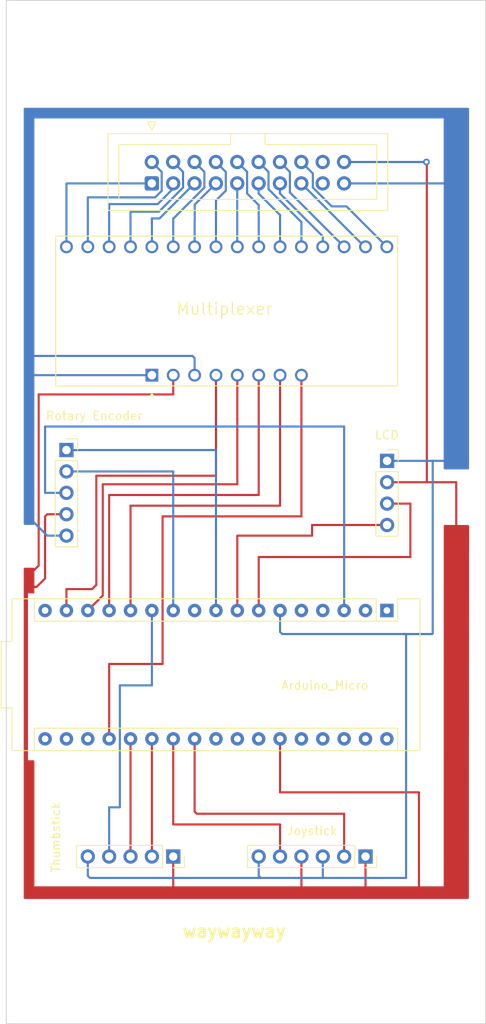
<source format=kicad_pcb>
(kicad_pcb (version 20221018) (generator pcbnew)
  (layers (0 "F.Cu" signal) (31 "B.Cu" signal) (34 "B.Paste" user) (35 "F.Paste" user) (36 "B.SilkS" user "B.Silkscreen") (37 "F.SilkS" user "F.Silkscreen") (38 "B.Mask" user) (39 "F.Mask" user) (44 "Edge.Cuts" user))
  (net 0 "")
  (net 1 "Net-(BOB-1-C12)")
  (net 2 "Net-(BOB-1-C13)")
  (net 3 "Net-(BOB-1-C14)")
  (net 4 "Net-(BOB-1-C15)")
  (net 14 "GND")
  (net 15 "+5V")
  (net 16 "Net-(BOB-1-C11)")
  (net 17 "Net-(BOB-1-C10)")
  (net 18 "Net-(BOB-1-C9)")
  (net 19 "Net-(BOB-1-C8)")
  (net 20 "Net-(BOB-1-C7)")
  (net 21 "Net-(BOB-1-C6)")
  (net 22 "Net-(BOB-1-C5)")
  (net 23 "Net-(BOB-1-C4)")
  (net 24 "Net-(BOB-1-C3)")
  (net 25 "Net-(BOB-1-C2)")
  (net 26 "Net-(BOB-1-C1)")
  (net 27 "Net-(BOB-1-C0)")
  (net 32 "Net-(U1-D1{slash}TX)")
  (net 33 "Net-(U1-~D6{slash}A7)")
  (net 34 "Net-(U1-D7)")
  (net 38 "Net-(BOB-1-S3)")
  (net 39 "Net-(BOB-1-S2)")
  (net 40 "Net-(BOB-1-S1)")
  (net 41 "Net-(BOB-1-S0)")
  (net 42 "Net-(U1-D2{slash}SDA)")
  (net 43 "Net-(U1-~D3{slash}SCL)")
  (net 44 "Net-(U1-A2{slash}D20)")
  (net 45 "Net-(U1-A1{slash}D19)")
  (net 46 "Net-(U1-A4{slash}D22)")
  (net 47 "Net-(U1-A3{slash}D21)")
  (net 49 "Net-(U1-D4{slash}A6)")
  (net 50 "Net-(BOB-1-COM)")
  (footprint "MountingHole:MountingHole_3.2mm_M3" (layer "F.Cu") (at 127.448582 45.79)
    (fp_text reference "REF**" hide)
    (fp_text value "MountingHole_3.2mm_M3" hide)
    (pad "" np_thru_hole circle (at 0 0) (size 3.2 3.2) (drill 3.2) (layers "*.Cu" "*.Mask"))
  )
  (footprint "Connector_PinSocket_2.54mm:PinSocket_1x06_P2.54mm_Vertical" (layer "F.Cu") (at 152.46 143.86 -90)
    (fp_text reference "J11" hide)
    (fp_text value "Joystick" (at -3.048 6.35 180) (layer "F.SilkS"))
    (fp_line (start -1.33 1.27) (end -1.33 14.03) (stroke (width 0.12)) (layer "F.SilkS"))
    (fp_line (start -1.33 1.27) (end 1.33 1.27) (stroke (width 0.12)) (layer "F.SilkS"))
    (fp_line (start -1.33 14.03) (end 1.33 14.03) (stroke (width 0.12)) (layer "F.SilkS"))
    (fp_line (start 0 -1.33) (end 1.33 -1.33) (stroke (width 0.12)) (layer "F.SilkS"))
    (fp_line (start 1.33 -1.33) (end 1.33 0) (stroke (width 0.12)) (layer "F.SilkS"))
    (fp_line (start 1.33 1.27) (end 1.33 14.03) (stroke (width 0.12)) (layer "F.SilkS"))
    (pad "1" thru_hole rect (at 0 0 270) (size 1.7 1.7) (drill 1) (layers "*.Cu" "*.Mask") (net 15 "+5V"))
    (pad "2" thru_hole oval (at 0 2.54 270) (size 1.7 1.7) (drill 1) (layers "*.Cu" "*.Mask") (net 46 "Net-(U1-A4{slash}D22)"))
    (pad "3" thru_hole oval (at 0 5.08 270) (size 1.7 1.7) (drill 1) (layers "*.Cu" "*.Mask") (net 14 "GND"))
    (pad "4" thru_hole oval (at 0 7.62 270) (size 1.7 1.7) (drill 1) (layers "*.Cu" "*.Mask") (net 15 "+5V"))
    (pad "5" thru_hole oval (at 0 10.16 270) (size 1.7 1.7) (drill 1) (layers "*.Cu" "*.Mask") (net 47 "Net-(U1-A3{slash}D21)"))
    (pad "6" thru_hole oval (at 0 12.7 270) (size 1.7 1.7) (drill 1) (layers "*.Cu" "*.Mask") (net 14 "GND"))
  )
  (footprint "Connector_PinSocket_2.54mm:PinSocket_1x05_P2.54mm_Vertical" (layer "F.Cu") (at 129.6 143.86 -90)
    (fp_text reference "J10" hide)
    (fp_text value "Thumbstick" (at -2.286 13.97 90) (layer "F.SilkS"))
    (fp_line (start -1.33 1.27) (end -1.33 11.49) (stroke (width 0.12)) (layer "F.SilkS"))
    (fp_line (start -1.33 1.27) (end 1.33 1.27) (stroke (width 0.12)) (layer "F.SilkS"))
    (fp_line (start -1.33 11.49) (end 1.33 11.49) (stroke (width 0.12)) (layer "F.SilkS"))
    (fp_line (start 0 -1.33) (end 1.33 -1.33) (stroke (width 0.12)) (layer "F.SilkS"))
    (fp_line (start 1.33 -1.33) (end 1.33 0) (stroke (width 0.12)) (layer "F.SilkS"))
    (fp_line (start 1.33 1.27) (end 1.33 11.49) (stroke (width 0.12)) (layer "F.SilkS"))
    (pad "1" thru_hole rect (at 0 0 270) (size 1.7 1.7) (drill 1) (layers "*.Cu" "*.Mask") (net 15 "+5V"))
    (pad "2" thru_hole oval (at 0 2.54 270) (size 1.7 1.7) (drill 1) (layers "*.Cu" "*.Mask") (net 44 "Net-(U1-A2{slash}D20)"))
    (pad "3" thru_hole oval (at 0 5.08 270) (size 1.7 1.7) (drill 1) (layers "*.Cu" "*.Mask") (net 45 "Net-(U1-A1{slash}D19)"))
    (pad "4" thru_hole oval (at 0 7.62 270) (size 1.7 1.7) (drill 1) (layers "*.Cu" "*.Mask") (net 34 "Net-(U1-D7)"))
    (pad "5" thru_hole oval (at 0 10.16 270) (size 1.7 1.7) (drill 1) (layers "*.Cu" "*.Mask") (net 14 "GND"))
  )
  (footprint "Connector_PinSocket_2.54mm:PinSocket_1x05_P2.54mm_Vertical" (layer "F.Cu") (at 116.9 95.6)
    (fp_text reference "J4" hide)
    (fp_text value "Rotary Encoder" (at 3.302 -4.064) (layer "F.SilkS"))
    (fp_line (start -1.33 1.27) (end -1.33 11.49) (stroke (width 0.12)) (layer "F.SilkS"))
    (fp_line (start -1.33 1.27) (end 1.33 1.27) (stroke (width 0.12)) (layer "F.SilkS"))
    (fp_line (start -1.33 11.49) (end 1.33 11.49) (stroke (width 0.12)) (layer "F.SilkS"))
    (fp_line (start 0 -1.33) (end 1.33 -1.33) (stroke (width 0.12)) (layer "F.SilkS"))
    (fp_line (start 1.33 -1.33) (end 1.33 0) (stroke (width 0.12)) (layer "F.SilkS"))
    (fp_line (start 1.33 1.27) (end 1.33 11.49) (stroke (width 0.12)) (layer "F.SilkS"))
    (pad "1" thru_hole rect (at 0 0) (size 1.7 1.7) (drill 1) (layers "*.Cu" "*.Mask") (net 49 "Net-(U1-D4{slash}A6)"))
    (pad "2" thru_hole oval (at 0 2.54) (size 1.7 1.7) (drill 1) (layers "*.Cu" "*.Mask") (net 33 "Net-(U1-~D6{slash}A7)"))
    (pad "3" thru_hole oval (at 0 5.08) (size 1.7 1.7) (drill 1) (layers "*.Cu" "*.Mask") (net 32 "Net-(U1-D1{slash}TX)"))
    (pad "4" thru_hole oval (at 0 7.62) (size 1.7 1.7) (drill 1) (layers "*.Cu" "*.Mask") (net 15 "+5V"))
    (pad "5" thru_hole oval (at 0 10.16) (size 1.7 1.7) (drill 1) (layers "*.Cu" "*.Mask") (net 14 "GND"))
  )
  (footprint "Connector_PinSocket_2.54mm:PinSocket_1x04_P2.54mm_Vertical" (layer "F.Cu") (at 155.025 96.88)
    (fp_text reference "J9" hide)
    (fp_text value "LCD" (at -0.025 -3.058) (layer "F.SilkS"))
    (fp_line (start -1.33 1.27) (end -1.33 8.95) (stroke (width 0.12)) (layer "F.SilkS"))
    (fp_line (start -1.33 1.27) (end 1.33 1.27) (stroke (width 0.12)) (layer "F.SilkS"))
    (fp_line (start -1.33 8.95) (end 1.33 8.95) (stroke (width 0.12)) (layer "F.SilkS"))
    (fp_line (start 0 -1.33) (end 1.33 -1.33) (stroke (width 0.12)) (layer "F.SilkS"))
    (fp_line (start 1.33 -1.33) (end 1.33 0) (stroke (width 0.12)) (layer "F.SilkS"))
    (fp_line (start 1.33 1.27) (end 1.33 8.95) (stroke (width 0.12)) (layer "F.SilkS"))
    (pad "1" thru_hole rect (at 0 0) (size 1.7 1.7) (drill 1) (layers "*.Cu" "*.Mask") (net 14 "GND"))
    (pad "2" thru_hole oval (at 0 2.54) (size 1.7 1.7) (drill 1) (layers "*.Cu" "*.Mask") (net 15 "+5V"))
    (pad "3" thru_hole oval (at 0 5.08) (size 1.7 1.7) (drill 1) (layers "*.Cu" "*.Mask") (net 42 "Net-(U1-D2{slash}SDA)"))
    (pad "4" thru_hole oval (at 0 7.62) (size 1.7 1.7) (drill 1) (layers "*.Cu" "*.Mask") (net 43 "Net-(U1-~D3{slash}SCL)"))
  )
  (footprint "Connector_IDC:IDC-Header_2x10_P2.54mm_Vertical" (layer "F.Cu") (at 127.05 63.94 90)
    (fp_text reference "IDC1" hide)
    (fp_text value "16_Pin_IDC_2x08_Power" hide)
    (fp_line (start -3.21 -5.22) (end -3.21 28.06) (stroke (width 0.12)) (layer "F.SilkS"))
    (fp_line (start -3.21 28.06) (end 5.91 28.06) (stroke (width 0.12)) (layer "F.SilkS"))
    (fp_line (start -1.9 -3.92) (end -1.9 26.76) (stroke (width 0.12)) (layer "F.SilkS"))
    (fp_line (start -1.9 26.76) (end 4.6 26.76) (stroke (width 0.12)) (layer "F.SilkS"))
    (fp_line (start 4.6 -3.92) (end -1.9 -3.92) (stroke (width 0.12)) (layer "F.SilkS"))
    (fp_line (start 4.6 9.37) (end 4.6 -3.92) (stroke (width 0.12)) (layer "F.SilkS"))
    (fp_line (start 4.6 13.47) (end 4.6 13.47) (stroke (width 0.12)) (layer "F.SilkS"))
    (fp_line (start 4.6 13.47) (end 5.91 13.47) (stroke (width 0.12)) (layer "F.SilkS"))
    (fp_line (start 4.6 26.76) (end 4.6 13.47) (stroke (width 0.12)) (layer "F.SilkS"))
    (fp_line (start 5.91 -5.22) (end -3.21 -5.22) (stroke (width 0.12)) (layer "F.SilkS"))
    (fp_line (start 5.91 9.37) (end 4.6 9.37) (stroke (width 0.12)) (layer "F.SilkS"))
    (fp_line (start 5.91 28.06) (end 5.91 -5.22) (stroke (width 0.12)) (layer "F.SilkS"))
    (fp_line (start 6.3 -0.01) (end 7.3 -0.51) (stroke (width 0.12)) (layer "F.SilkS"))
    (fp_line (start 7.3 -0.51) (end 7.3 0.49) (stroke (width 0.12)) (layer "F.SilkS"))
    (fp_line (start 7.3 0.49) (end 6.3 -0.01) (stroke (width 0.12)) (layer "F.SilkS"))
    (pad "1" thru_hole roundrect (at 0 0 90) (size 1.7 1.7) (drill 1) (layers "*.Cu" "*.Mask") (roundrect_rratio 0.1470588235) (net 27 "Net-(BOB-1-C0)"))
    (pad "2" thru_hole circle (at 2.54 0 90) (size 1.7 1.7) (drill 1) (layers "*.Cu" "*.Mask") (net 26 "Net-(BOB-1-C1)"))
    (pad "3" thru_hole circle (at 0 2.54 90) (size 1.7 1.7) (drill 1) (layers "*.Cu" "*.Mask") (net 25 "Net-(BOB-1-C2)"))
    (pad "4" thru_hole circle (at 2.54 2.54 90) (size 1.7 1.7) (drill 1) (layers "*.Cu" "*.Mask") (net 24 "Net-(BOB-1-C3)"))
    (pad "5" thru_hole circle (at 0 5.08 90) (size 1.7 1.7) (drill 1) (layers "*.Cu" "*.Mask") (net 23 "Net-(BOB-1-C4)"))
    (pad "6" thru_hole circle (at 2.54 5.08 90) (size 1.7 1.7) (drill 1) (layers "*.Cu" "*.Mask") (net 22 "Net-(BOB-1-C5)"))
    (pad "7" thru_hole circle (at 0 7.62 90) (size 1.7 1.7) (drill 1) (layers "*.Cu" "*.Mask") (net 21 "Net-(BOB-1-C6)"))
    (pad "8" thru_hole circle (at 2.54 7.62 90) (size 1.7 1.7) (drill 1) (layers "*.Cu" "*.Mask") (net 20 "Net-(BOB-1-C7)"))
    (pad "9" thru_hole circle (at 0 10.16 90) (size 1.7 1.7) (drill 1) (layers "*.Cu" "*.Mask") (net 19 "Net-(BOB-1-C8)"))
    (pad "10" thru_hole circle (at 2.54 10.16 90) (size 1.7 1.7) (drill 1) (layers "*.Cu" "*.Mask") (net 18 "Net-(BOB-1-C9)"))
    (pad "11" thru_hole circle (at 0 12.7 90) (size 1.7 1.7) (drill 1) (layers "*.Cu" "*.Mask") (net 17 "Net-(BOB-1-C10)"))
    (pad "12" thru_hole circle (at 2.54 12.7 90) (size 1.7 1.7) (drill 1) (layers "*.Cu" "*.Mask") (net 16 "Net-(BOB-1-C11)"))
    (pad "13" thru_hole circle (at 0 15.24 90) (size 1.7 1.7) (drill 1) (layers "*.Cu" "*.Mask") (net 1 "Net-(BOB-1-C12)"))
    (pad "14" thru_hole circle (at 2.54 15.24 90) (size 1.7 1.7) (drill 1) (layers "*.Cu" "*.Mask") (net 2 "Net-(BOB-1-C13)"))
    (pad "15" thru_hole circle (at 0 17.78 90) (size 1.7 1.7) (drill 1) (layers "*.Cu" "*.Mask") (net 3 "Net-(BOB-1-C14)"))
    (pad "16" thru_hole circle (at 2.54 17.78 90) (size 1.7 1.7) (drill 1) (layers "*.Cu" "*.Mask") (net 4 "Net-(BOB-1-C15)"))
    (pad "17" thru_hole circle (at 0 20.32 90) (size 1.7 1.7) (drill 1) (layers "*.Cu" "*.Mask"))
    (pad "18" thru_hole circle (at 2.54 20.32 90) (size 1.7 1.7) (drill 1) (layers "*.Cu" "*.Mask"))
    (pad "19" thru_hole circle (at 0 22.86 90) (size 1.7 1.7) (drill 1) (layers "*.Cu" "*.Mask") (net 14 "GND"))
    (pad "20" thru_hole circle (at 2.54 22.86 90) (size 1.7 1.7) (drill 1) (layers "*.Cu" "*.Mask") (net 15 "+5V"))
  )
  (footprint "CD74CH4067:BOB-09056" (layer "F.Cu") (at 135.95 79.09 -90)
    (fp_text reference "BOB-1" hide)
    (fp_text value "Multiplexer" (at -0.254 0.254 -180) (layer "F.SilkS") (effects (font (size 1.4 1.4))))
    (fp_line (start -8.89 -20.32) (end -8.89 20.32) (stroke (width 0.127)) (layer "F.SilkS"))
    (fp_line (start -8.89 20.32) (end 8.89 20.32) (stroke (width 0.127)) (layer "F.SilkS"))
    (fp_line (start 8.89 -20.32) (end -8.89 -20.32) (stroke (width 0.127)) (layer "F.SilkS"))
    (fp_line (start 8.89 20.32) (end 8.89 -20.32) (stroke (width 0.127)) (layer "F.SilkS"))
    (fp_circle (center 10 8.89) (end 10.1 8.89) (stroke (width 0.2)) (fill none) (layer "F.SilkS"))
    (pad "JP1-1" thru_hole circle (at -7.62 19.05 270) (size 1.53 1.53) (drill 1.02) (layers "*.Cu" "*.Mask") (net 27 "Net-(BOB-1-C0)"))
    (pad "JP1-2" thru_hole circle (at -7.62 16.51 270) (size 1.53 1.53) (drill 1.02) (layers "*.Cu" "*.Mask") (net 26 "Net-(BOB-1-C1)"))
    (pad "JP1-3" thru_hole circle (at -7.62 13.97 270) (size 1.53 1.53) (drill 1.02) (layers "*.Cu" "*.Mask") (net 25 "Net-(BOB-1-C2)"))
    (pad "JP1-4" thru_hole circle (at -7.62 11.43 270) (size 1.53 1.53) (drill 1.02) (layers "*.Cu" "*.Mask") (net 24 "Net-(BOB-1-C3)"))
    (pad "JP1-5" thru_hole circle (at -7.62 8.89 270) (size 1.53 1.53) (drill 1.02) (layers "*.Cu" "*.Mask") (net 23 "Net-(BOB-1-C4)"))
    (pad "JP1-6" thru_hole circle (at -7.62 6.35 270) (size 1.53 1.53) (drill 1.02) (layers "*.Cu" "*.Mask") (net 22 "Net-(BOB-1-C5)"))
    (pad "JP1-7" thru_hole circle (at -7.62 3.81 270) (size 1.53 1.53) (drill 1.02) (layers "*.Cu" "*.Mask") (net 21 "Net-(BOB-1-C6)"))
    (pad "JP1-8" thru_hole circle (at -7.62 1.27 270) (size 1.53 1.53) (drill 1.02) (layers "*.Cu" "*.Mask") (net 20 "Net-(BOB-1-C7)"))
    (pad "JP1-9" thru_hole circle (at -7.62 -1.27 270) (size 1.53 1.53) (drill 1.02) (layers "*.Cu" "*.Mask") (net 19 "Net-(BOB-1-C8)"))
    (pad "JP1-10" thru_hole circle (at -7.62 -3.81 270) (size 1.53 1.53) (drill 1.02) (layers "*.Cu" "*.Mask") (net 18 "Net-(BOB-1-C9)"))
    (pad "JP1-11" thru_hole circle (at -7.62 -6.35 270) (size 1.53 1.53) (drill 1.02) (layers "*.Cu" "*.Mask") (net 17 "Net-(BOB-1-C10)"))
    (pad "JP1-12" thru_hole circle (at -7.62 -8.89 270) (size 1.53 1.53) (drill 1.02) (layers "*.Cu" "*.Mask") (net 16 "Net-(BOB-1-C11)"))
    (pad "JP1-13" thru_hole circle (at -7.62 -11.43 270) (size 1.53 1.53) (drill 1.02) (layers "*.Cu" "*.Mask") (net 1 "Net-(BOB-1-C12)"))
    (pad "JP1-14" thru_hole circle (at -7.62 -13.97 270) (size 1.53 1.53) (drill 1.02) (layers "*.Cu" "*.Mask") (net 2 "Net-(BOB-1-C13)"))
    (pad "JP1-15" thru_hole circle (at -7.62 -16.51 270) (size 1.53 1.53) (drill 1.02) (layers "*.Cu" "*.Mask") (net 3 "Net-(BOB-1-C14)"))
    (pad "JP1-16" thru_hole circle (at -7.62 -19.05 270) (size 1.53 1.53) (drill 1.02) (layers "*.Cu" "*.Mask") (net 4 "Net-(BOB-1-C15)"))
    (pad "JP3-1" thru_hole rect (at 7.62 8.89 270) (size 1.53 1.53) (drill 1.02) (layers "*.Cu" "*.Mask") (net 14 "GND"))
    (pad "JP3-2" thru_hole circle (at 7.62 6.35 270) (size 1.53 1.53) (drill 1.02) (layers "*.Cu" "*.Mask") (net 15 "+5V"))
    (pad "JP3-3" thru_hole circle (at 7.62 3.81 270) (size 1.53 1.53) (drill 1.02) (layers "*.Cu" "*.Mask") (net 14 "GND"))
    (pad "JP3-4" thru_hole circle (at 7.62 1.27 270) (size 1.53 1.53) (drill 1.02) (layers "*.Cu" "*.Mask") (net 41 "Net-(BOB-1-S0)"))
    (pad "JP3-5" thru_hole circle (at 7.62 -1.27 270) (size 1.53 1.53) (drill 1.02) (layers "*.Cu" "*.Mask") (net 40 "Net-(BOB-1-S1)"))
    (pad "JP3-6" thru_hole circle (at 7.62 -3.81 270) (size 1.53 1.53) (drill 1.02) (layers "*.Cu" "*.Mask") (net 39 "Net-(BOB-1-S2)"))
    (pad "JP3-7" thru_hole circle (at 7.62 -6.35 270) (size 1.53 1.53) (drill 1.02) (layers "*.Cu" "*.Mask") (net 38 "Net-(BOB-1-S3)"))
    (pad "JP3-8" thru_hole circle (at 7.62 -8.89 270) (size 1.53 1.53) (drill 1.02) (layers "*.Cu" "*.Mask") (net 50 "Net-(BOB-1-COM)"))
  )
  (footprint "MountingHole:MountingHole_3.2mm_M3" (layer "F.Cu") (at 146.5 160.115)
    (fp_text reference "REF**" hide)
    (fp_text value "MountingHole_3.2mm_M3" hide)
    (pad "" np_thru_hole circle (at 0 0) (size 3.2 3.2) (drill 3.2) (layers "*.Cu" "*.Mask"))
  )
  (footprint "Arduino:Arduino_Micro" (layer "F.Cu") (at 155 114.65 -90)
    (fp_text reference "U1" hide)
    (fp_text value "Arduino_Micro" (at 8.89 7.366) (layer "F.SilkS"))
    (fp_line (start -1.397 -3.937) (end -1.397 -1.27) (stroke (width 0.12)) (layer "F.SilkS"))
    (fp_line (start -1.397 1.27) (end -1.397 44.577) (stroke (width 0.12)) (layer "F.SilkS"))
    (fp_line (start -1.397 44.577) (end 3.683 44.577) (stroke (width 0.12)) (layer "F.SilkS"))
    (fp_line (start 1.27 -1.27) (end -1.397 -1.27) (stroke (width 0.12)) (layer "F.SilkS"))
    (fp_line (start 1.27 1.27) (end -1.397 1.27) (stroke (width 0.12)) (layer "F.SilkS"))
    (fp_line (start 1.27 1.27) (end 1.27 -1.27) (stroke (width 0.12)) (layer "F.SilkS"))
    (fp_line (start 1.27 1.27) (end 1.27 41.91) (stroke (width 0.12)) (layer "F.SilkS"))
    (fp_line (start 1.27 41.91) (end -1.397 41.91) (stroke (width 0.12)) (layer "F.SilkS"))
    (fp_line (start 3.683 44.577) (end 3.683 45.847) (stroke (width 0.12)) (layer "F.SilkS"))
    (fp_line (start 3.683 45.847) (end 11.557 45.847) (stroke (width 0.12)) (layer "F.SilkS"))
    (fp_line (start 11.557 44.577) (end 11.557 45.847) (stroke (width 0.12)) (layer "F.SilkS"))
    (fp_line (start 11.557 44.577) (end 16.637 44.577) (stroke (width 0.12)) (layer "F.SilkS"))
    (fp_line (start 13.97 -1.27) (end 13.97 41.91) (stroke (width 0.12)) (layer "F.SilkS"))
    (fp_line (start 13.97 -1.27) (end 16.637 -1.27) (stroke (width 0.12)) (layer "F.SilkS"))
    (fp_line (start 13.97 41.91) (end 16.637 41.91) (stroke (width 0.12)) (layer "F.SilkS"))
    (fp_line (start 16.637 -3.937) (end -1.397 -3.937) (stroke (width 0.12)) (layer "F.SilkS"))
    (fp_line (start 16.637 44.577) (end 16.637 -3.937) (stroke (width 0.12)) (layer "F.SilkS"))
    (pad "1" thru_hole rect (at 0 0 270) (size 1.6 1.6) (drill 0.8) (layers "*.Cu" "*.Mask"))
    (pad "2" thru_hole oval (at 0 2.54 270) (size 1.6 1.6) (drill 0.8) (layers "*.Cu" "*.Mask"))
    (pad "3" thru_hole oval (at 0 5.08 270) (size 1.6 1.6) (drill 0.8) (layers "*.Cu" "*.Mask") (net 32 "Net-(U1-D1{slash}TX)"))
    (pad "4" thru_hole oval (at 0 7.62 270) (size 1.6 1.6) (drill 0.8) (layers "*.Cu" "*.Mask"))
    (pad "5" thru_hole oval (at 0 10.16 270) (size 1.6 1.6) (drill 0.8) (layers "*.Cu" "*.Mask"))
    (pad "6" thru_hole oval (at 0 12.7 270) (size 1.6 1.6) (drill 0.8) (layers "*.Cu" "*.Mask") (net 14 "GND"))
    (pad "7" thru_hole oval (at 0 15.24 270) (size 1.6 1.6) (drill 0.8) (layers "*.Cu" "*.Mask") (net 42 "Net-(U1-D2{slash}SDA)"))
    (pad "8" thru_hole oval (at 0 17.78 270) (size 1.6 1.6) (drill 0.8) (layers "*.Cu" "*.Mask") (net 43 "Net-(U1-~D3{slash}SCL)"))
    (pad "9" thru_hole oval (at 0 20.32 270) (size 1.6 1.6) (drill 0.8) (layers "*.Cu" "*.Mask") (net 49 "Net-(U1-D4{slash}A6)"))
    (pad "10" thru_hole oval (at 0 22.86 270) (size 1.6 1.6) (drill 0.8) (layers "*.Cu" "*.Mask"))
    (pad "11" thru_hole oval (at 0 25.4 270) (size 1.6 1.6) (drill 0.8) (layers "*.Cu" "*.Mask") (net 33 "Net-(U1-~D6{slash}A7)"))
    (pad "12" thru_hole oval (at 0 27.94 270) (size 1.6 1.6) (drill 0.8) (layers "*.Cu" "*.Mask") (net 34 "Net-(U1-D7)"))
    (pad "13" thru_hole oval (at 0 30.48 270) (size 1.6 1.6) (drill 0.8) (layers "*.Cu" "*.Mask") (net 38 "Net-(BOB-1-S3)"))
    (pad "14" thru_hole oval (at 0 33.02 270) (size 1.6 1.6) (drill 0.8) (layers "*.Cu" "*.Mask") (net 39 "Net-(BOB-1-S2)"))
    (pad "15" thru_hole oval (at 0 35.56 270) (size 1.6 1.6) (drill 0.8) (layers "*.Cu" "*.Mask") (net 40 "Net-(BOB-1-S1)"))
    (pad "16" thru_hole oval (at 0 38.1 270) (size 1.6 1.6) (drill 0.8) (layers "*.Cu" "*.Mask") (net 41 "Net-(BOB-1-S0)"))
    (pad "17" thru_hole oval (at 0 40.64 270) (size 1.6 1.6) (drill 0.8) (layers "*.Cu" "*.Mask"))
    (pad "18" thru_hole oval (at 15.24 40.64 270) (size 1.6 1.6) (drill 0.8) (layers "*.Cu" "*.Mask"))
    (pad "19" thru_hole oval (at 15.24 38.1 270) (size 1.6 1.6) (drill 0.8) (layers "*.Cu" "*.Mask"))
    (pad "20" thru_hole oval (at 15.24 35.56 270) (size 1.6 1.6) (drill 0.8) (layers "*.Cu" "*.Mask"))
    (pad "21" thru_hole oval (at 15.24 33.02 270) (size 1.6 1.6) (drill 0.8) (layers "*.Cu" "*.Mask") (net 50 "Net-(BOB-1-COM)"))
    (pad "22" thru_hole oval (at 15.24 30.48 270) (size 1.6 1.6) (drill 0.8) (layers "*.Cu" "*.Mask") (net 45 "Net-(U1-A1{slash}D19)"))
    (pad "23" thru_hole oval (at 15.24 27.94 270) (size 1.6 1.6) (drill 0.8) (layers "*.Cu" "*.Mask") (net 44 "Net-(U1-A2{slash}D20)"))
    (pad "24" thru_hole oval (at 15.24 25.4 270) (size 1.6 1.6) (drill 0.8) (layers "*.Cu" "*.Mask") (net 47 "Net-(U1-A3{slash}D21)"))
    (pad "25" thru_hole oval (at 15.24 22.86 270) (size 1.6 1.6) (drill 0.8) (layers "*.Cu" "*.Mask") (net 46 "Net-(U1-A4{slash}D22)"))
    (pad "26" thru_hole oval (at 15.24 20.32 270) (size 1.6 1.6) (drill 0.8) (layers "*.Cu" "*.Mask"))
    (pad "27" thru_hole oval (at 15.24 17.78 270) (size 1.6 1.6) (drill 0.8) (layers "*.Cu" "*.Mask"))
    (pad "28" thru_hole oval (at 15.24 15.24 270) (size 1.6 1.6) (drill 0.8) (layers "*.Cu" "*.Mask"))
    (pad "29" thru_hole oval (at 15.24 12.7 270) (size 1.6 1.6) (drill 0.8) (layers "*.Cu" "*.Mask") (net 15 "+5V"))
    (pad "30" thru_hole oval (at 15.24 10.16 270) (size 1.6 1.6) (drill 0.8) (layers "*.Cu" "*.Mask"))
    (pad "31" thru_hole oval (at 15.24 7.62 270) (size 1.6 1.6) (drill 0.8) (layers "*.Cu" "*.Mask"))
    (pad "32" thru_hole oval (at 15.24 5.08 270) (size 1.6 1.6) (drill 0.8) (layers "*.Cu" "*.Mask"))
    (pad "33" thru_hole oval (at 15.24 2.54 270) (size 1.6 1.6) (drill 0.8) (layers "*.Cu" "*.Mask"))
    (pad "34" thru_hole oval (at 15.24 0 270) (size 1.6 1.6) (drill 0.8) (layers "*.Cu" "*.Mask"))
  )
  (footprint "MountingHole:MountingHole_3.2mm_M3" (layer "F.Cu") (at 127.45 160.115)
    (fp_text reference "REF**" hide)
    (fp_text value "MountingHole_3.2mm_M3" hide)
    (pad "" np_thru_hole circle (at 0 0) (size 3.2 3.2) (drill 3.2) (layers "*.Cu" "*.Mask"))
  )
  (footprint "MountingHole:MountingHole_3.2mm_M3" (layer "F.Cu") (at 146.5 45.79)
    (fp_text reference "REF**" hide)
    (fp_text value "MountingHole_3.2mm_M3" hide)
    (pad "" np_thru_hole circle (at 0 0) (size 3.2 3.2) (drill 3.2) (layers "*.Cu" "*.Mask"))
  )
  (gr_rect (start 109.75 42.215) (end 166.74 163.71) (stroke (width 0.1)) (fill none) (layer "Edge.Cuts"))
  (gr_text "waywayway" (at 130.55 153.615) (layer "F.SilkS") (effects (font (size 1.5 1.5) (thickness 0.3) bold) (justify left bottom)))
  (segment (start 142.29 63.94) (end 142.29 65.14) (width 0.25) (layer "B.Cu") (net 1))
  (segment (start 142.29 65.14) (end 147.38 70.23) (width 0.25) (layer "B.Cu") (net 1))
  (segment (start 147.38 70.23) (end 147.38 71.47) (width 0.25) (layer "B.Cu") (net 1))
  (segment (start 142.29 61.4) (end 143.465 62.575) (width 0.25) (layer "B.Cu") (net 2))
  (segment (start 143.465 65.015) (end 149.92 71.47) (width 0.25) (layer "B.Cu") (net 2))
  (segment (start 143.465 62.575) (end 143.465 65.015) (width 0.25) (layer "B.Cu") (net 2))
  (segment (start 152.36 71.47) (end 152.46 71.47) (width 0.25) (layer "B.Cu") (net 3))
  (segment (start 144.83 63.94) (end 152.36 71.47) (width 0.25) (layer "B.Cu") (net 3))
  (segment (start 144.83 61.4) (end 146.195 62.765) (width 0.25) (layer "B.Cu") (net 4))
  (segment (start 146.195 64.426701) (end 148.438299 66.67) (width 0.25) (layer "B.Cu") (net 4))
  (segment (start 154.9 71.47) (end 155 71.47) (width 0.25) (layer "B.Cu") (net 4))
  (segment (start 148.438299 66.67) (end 150.2 66.67) (width 0.25) (layer "B.Cu") (net 4))
  (segment (start 146.195 62.765) (end 146.195 64.426701) (width 0.25) (layer "B.Cu") (net 4))
  (segment (start 150.2 66.67) (end 155 71.47) (width 0.25) (layer "B.Cu") (net 4))
  (segment (start 163.25 96.88) (end 160.45 96.88) (width 0.254) (layer "B.Cu") (net 14))
  (segment (start 139.76 146.146) (end 140.014 146.4) (width 0.25) (layer "B.Cu") (net 14))
  (segment (start 116.9 105.76) (end 114.614 105.76) (width 0.25) (layer "B.Cu") (net 14))
  (segment (start 142.554 117.444) (end 157.032 117.444) (width 0.25) (layer "B.Cu") (net 14))
  (segment (start 147.38 146.4) (end 157.286 146.4) (width 0.25) (layer "B.Cu") (net 14))
  (segment (start 119.44 143.86) (end 119.44 146.146) (width 0.25) (layer "B.Cu") (net 14))
  (segment (start 119.44 146.146) (end 119.694 146.4) (width 0.25) (layer "B.Cu") (net 14))
  (segment (start 139.76 143.86) (end 139.76 146.146) (width 0.25) (layer "B.Cu") (net 14))
  (segment (start 160.406 117.444) (end 157.032 117.444) (width 0.254) (layer "B.Cu") (net 14))
  (segment (start 112.582 86.71) (end 127.06 86.71) (width 0.25) (layer "B.Cu") (net 14))
  (segment (start 131.886 84.424) (end 112.582 84.424) (width 0.25) (layer "B.Cu") (net 14))
  (segment (start 140.014 146.4) (end 147.38 146.4) (width 0.25) (layer "B.Cu") (net 14))
  (segment (start 132.14 86.71) (end 132.14 84.678) (width 0.25) (layer "B.Cu") (net 14))
  (segment (start 132.14 84.678) (end 131.886 84.424) (width 0.25) (layer "B.Cu") (net 14))
  (segment (start 149.91 63.94) (end 163.19 63.94) (width 0.254) (layer "B.Cu") (net 14))
  (segment (start 142.3 114.65) (end 142.3 117.19) (width 0.25) (layer "B.Cu") (net 14))
  (segment (start 142.3 117.19) (end 142.554 117.444) (width 0.25) (layer "B.Cu") (net 14))
  (segment (start 160.45 117.4) (end 160.406 117.444) (width 0.25) (layer "B.Cu") (net 14))
  (segment (start 155.025 96.88) (end 160.45 96.88) (width 0.25) (layer "B.Cu") (net 14))
  (segment (start 160.45 117.4) (end 160.45 96.88) (width 0.254) (layer "B.Cu") (net 14))
  (segment (start 163.19 63.94) (end 163.2 63.95) (width 0.25) (layer "B.Cu") (net 14))
  (segment (start 114.614 105.76) (end 112.582 103.728) (width 0.25) (layer "B.Cu") (net 14))
  (segment (start 147.38 143.86) (end 147.38 146.4) (width 0.25) (layer "B.Cu") (net 14))
  (segment (start 157.032 117.444) (end 157.286 117.444) (width 0.25) (layer "B.Cu") (net 14))
  (segment (start 157.286 146.4) (end 157.286 117.444) (width 0.25) (layer "B.Cu") (net 14))
  (segment (start 119.694 146.4) (end 140.014 146.4) (width 0.25) (layer "B.Cu") (net 14))
  (segment (start 163.25 99.42) (end 159.8 99.42) (width 0.254) (layer "F.Cu") (net 15))
  (segment (start 113.598 88.996) (end 129.6 88.996) (width 0.25) (layer "F.Cu") (net 15))
  (segment (start 144.84 148.178) (end 144.84 143.86) (width 0.25) (layer "F.Cu") (net 15))
  (segment (start 142.3 136.24) (end 158.81 136.24) (width 0.25) (layer "F.Cu") (net 15))
  (segment (start 129.6 148.178) (end 129.6 143.86) (width 0.25) (layer "F.Cu") (net 15))
  (segment (start 113.598 109.316) (end 113.598 88.996) (width 0.25) (layer "F.Cu") (net 15))
  (segment (start 159.7 61.4) (end 159.75 61.35) (width 0.25) (layer "F.Cu") (net 15))
  (segment (start 163.25 106.8) (end 163.25 99.42) (width 0.254) (layer "F.Cu") (net 15))
  (segment (start 152.46 148.178) (end 152.46 143.86) (width 0.25) (layer "F.Cu") (net 15))
  (segment (start 159.8 99.42) (end 155.025 99.42) (width 0.254) (layer "F.Cu") (net 15))
  (segment (start 158.81 136.24) (end 158.81 148.178) (width 0.25) (layer "F.Cu") (net 15))
  (segment (start 159.75 99.37) (end 159.8 99.42) (width 0.25) (layer "F.Cu") (net 15))
  (segment (start 114.614 103.22) (end 114.36 103.474) (width 0.25) (layer "F.Cu") (net 15))
  (segment (start 112.582 110.332) (end 113.598 109.316) (width 0.25) (layer "F.Cu") (net 15))
  (segment (start 114.36 103.474) (end 114.36 110.84) (width 0.25) (layer "F.Cu") (net 15))
  (segment (start 114.36 110.84) (end 113.344 111.856) (width 0.25) (layer "F.Cu") (net 15))
  (segment (start 116.9 103.22) (end 114.614 103.22) (width 0.25) (layer "F.Cu") (net 15))
  (segment (start 129.6 88.996) (end 129.6 86.71) (width 0.25) (layer "F.Cu") (net 15))
  (segment (start 113.344 111.856) (end 112.582 111.856) (width 0.25) (layer "F.Cu") (net 15))
  (segment (start 159.75 61.35) (end 159.75 99.37) (width 0.254) (layer "F.Cu") (net 15))
  (segment (start 142.3 129.89) (end 142.3 136.24) (width 0.25) (layer "F.Cu") (net 15))
  (via (at 159.7 61.4) (size 0.8) (drill 0.4) (layers "F.Cu" "B.Cu") (net 15))
  (segment (start 149.91 61.4) (end 159.7 61.4) (width 0.254) (layer "B.Cu") (net 15))
  (segment (start 139.75 61.4) (end 140.925 62.575) (width 0.25) (layer "B.Cu") (net 16))
  (segment (start 140.925 62.575) (end 140.925 64.625) (width 0.25) (layer "B.Cu") (net 16))
  (segment (start 140.925 64.625) (end 144.84 68.54) (width 0.25) (layer "B.Cu") (net 16))
  (segment (start 144.84 68.54) (end 144.84 71.47) (width 0.25) (layer "B.Cu") (net 16))
  (segment (start 139.75 65.142081) (end 142.3 67.692081) (width 0.25) (layer "B.Cu") (net 17))
  (segment (start 139.75 63.94) (end 139.75 65.142081) (width 0.25) (layer "B.Cu") (net 17))
  (segment (start 142.3 67.692081) (end 142.3 71.47) (width 0.25) (layer "B.Cu") (net 17))
  (segment (start 139.76 66.51) (end 139.76 71.47) (width 0.25) (layer "B.Cu") (net 18))
  (segment (start 138.385 62.575) (end 138.385 65.135) (width 0.25) (layer "B.Cu") (net 18))
  (segment (start 138.385 65.135) (end 139.76 66.51) (width 0.25) (layer "B.Cu") (net 18))
  (segment (start 137.21 61.4) (end 138.385 62.575) (width 0.25) (layer "B.Cu") (net 18))
  (segment (start 137.21 71.46) (end 137.22 71.47) (width 0.25) (layer "B.Cu") (net 19))
  (segment (start 137.21 63.94) (end 137.21 71.46) (width 0.25) (layer "B.Cu") (net 19))
  (segment (start 135.845 62.575) (end 135.845 64.805) (width 0.25) (layer "B.Cu") (net 20))
  (segment (start 134.68 65.97) (end 134.68 71.47) (width 0.25) (layer "B.Cu") (net 20))
  (segment (start 134.67 61.4) (end 135.845 62.575) (width 0.25) (layer "B.Cu") (net 20))
  (segment (start 135.845 64.805) (end 134.68 65.97) (width 0.25) (layer "B.Cu") (net 20))
  (segment (start 134.67 63.94) (end 132.15 66.46) (width 0.25) (layer "B.Cu") (net 21))
  (segment (start 132.15 66.46) (end 132.15 68.25) (width 0.25) (layer "B.Cu") (net 21))
  (segment (start 132.14 68.26) (end 132.14 71.47) (width 0.25) (layer "B.Cu") (net 21))
  (segment (start 132.15 68.25) (end 132.14 68.26) (width 0.25) (layer "B.Cu") (net 21))
  (segment (start 133.305 64.426701) (end 129.631701 68.1) (width 0.25) (layer "B.Cu") (net 22))
  (segment (start 129.6 68.1) (end 129.6 71.47) (width 0.25) (layer "B.Cu") (net 22))
  (segment (start 129.631701 68.1) (end 129.6 68.1) (width 0.25) (layer "B.Cu") (net 22))
  (segment (start 133.305 62.575) (end 133.305 64.426701) (width 0.25) (layer "B.Cu") (net 22))
  (segment (start 132.13 61.4) (end 133.305 62.575) (width 0.25) (layer "B.Cu") (net 22))
  (segment (start 132.13 63.94) (end 127.97 68.1) (width 0.25) (layer "B.Cu") (net 23))
  (segment (start 127.05 68.1) (end 127.06 68.11) (width 0.25) (layer "B.Cu") (net 23))
  (segment (start 127.06 68.11) (end 127.06 71.47) (width 0.25) (layer "B.Cu") (net 23))
  (segment (start 127.97 68.1) (end 127.05 68.1) (width 0.25) (layer "B.Cu") (net 23))
  (segment (start 130.765 64.435) (end 127.9 67.3) (width 0.25) (layer "B.Cu") (net 24))
  (segment (start 127.9 67.3) (end 124.55 67.3) (width 0.25) (layer "B.Cu") (net 24))
  (segment (start 130.765 62.575) (end 130.765 64.435) (width 0.25) (layer "B.Cu") (net 24))
  (segment (start 124.52 67.33) (end 124.52 71.47) (width 0.25) (layer "B.Cu") (net 24))
  (segment (start 124.55 67.3) (end 124.52 67.33) (width 0.25) (layer "B.Cu") (net 24))
  (segment (start 129.59 61.4) (end 130.765 62.575) (width 0.25) (layer "B.Cu") (net 24))
  (segment (start 122 66.4) (end 121.98 66.42) (width 0.25) (layer "B.Cu") (net 25))
  (segment (start 129.59 64.56) (end 127.75 66.4) (width 0.25) (layer "B.Cu") (net 25))
  (segment (start 129.59 63.94) (end 129.59 64.56) (width 0.25) (layer "B.Cu") (net 25))
  (segment (start 127.75 66.4) (end 122 66.4) (width 0.25) (layer "B.Cu") (net 25))
  (segment (start 121.98 66.42) (end 121.98 71.47) (width 0.25) (layer "B.Cu") (net 25))
  (segment (start 127.45 65.6) (end 119.45 65.6) (width 0.25) (layer "B.Cu") (net 26))
  (segment (start 119.44 65.61) (end 119.44 71.47) (width 0.25) (layer "B.Cu") (net 26))
  (segment (start 128.225 64.825) (end 127.45 65.6) (width 0.25) (layer "B.Cu") (net 26))
  (segment (start 127.05 61.4) (end 128.225 62.575) (width 0.25) (layer "B.Cu") (net 26))
  (segment (start 119.45 65.6) (end 119.44 65.61) (width 0.25) (layer "B.Cu") (net 26))
  (segment (start 128.225 62.575) (end 128.225 64.825) (width 0.25) (layer "B.Cu") (net 26))
  (segment (start 116.9 71.47) (end 116.9 64) (width 0.25) (layer "B.Cu") (net 27))
  (segment (start 116.9 64) (end 116.96 63.94) (width 0.25) (layer "B.Cu") (net 27))
  (segment (start 116.96 63.94) (end 127.05 63.94) (width 0.25) (layer "B.Cu") (net 27))
  (segment (start 149.92 92.806) (end 149.92 114.65) (width 0.25) (layer "B.Cu") (net 32))
  (segment (start 114.36 100.68) (end 114.36 92.806) (width 0.25) (layer "B.Cu") (net 32))
  (segment (start 114.36 92.806) (end 149.92 92.806) (width 0.25) (layer "B.Cu") (net 32))
  (segment (start 116.9 100.68) (end 114.36 100.68) (width 0.25) (layer "B.Cu") (net 32))
  (segment (start 116.9 98.14) (end 129.6 98.14) (width 0.25) (layer "B.Cu") (net 33))
  (segment (start 129.6 98.14) (end 129.6 114.65) (width 0.25) (layer "B.Cu") (net 33))
  (segment (start 121.98 143.86) (end 121.98 138.018) (width 0.25) (layer "B.Cu") (net 34))
  (segment (start 127.06 123.54) (end 123.25 123.54) (width 0.25) (layer "B.Cu") (net 34))
  (segment (start 123.25 138.018) (end 123.25 123.54) (width 0.25) (layer "B.Cu") (net 34))
  (segment (start 121.98 138.018) (end 123.25 138.018) (width 0.25) (layer "B.Cu") (net 34))
  (segment (start 127.06 114.65) (end 127.06 123.54) (width 0.25) (layer "B.Cu") (net 34))
  (segment (start 142.3 102.204) (end 124.52 102.204) (width 0.25) (layer "F.Cu") (net 38))
  (segment (start 142.3 86.71) (end 142.3 102.204) (width 0.25) (layer "F.Cu") (net 38))
  (segment (start 124.52 102.204) (end 124.52 114.65) (width 0.25) (layer "F.Cu") (net 38))
  (segment (start 121.98 100.934) (end 121.98 114.65) (width 0.25) (layer "F.Cu") (net 39))
  (segment (start 139.76 100.934) (end 121.98 100.934) (width 0.25) (layer "F.Cu") (net 39))
  (segment (start 139.76 86.71) (end 139.76 100.934) (width 0.25) (layer "F.Cu") (net 39))
  (segment (start 121.218 99.664) (end 121.218 112.872) (width 0.25) (layer "F.Cu") (net 40))
  (segment (start 137.22 86.71) (end 137.22 99.664) (width 0.25) (layer "F.Cu") (net 40))
  (segment (start 121.218 112.872) (end 119.44 114.65) (width 0.25) (layer "F.Cu") (net 40))
  (segment (start 137.22 99.664) (end 121.218 99.664) (width 0.25) (layer "F.Cu") (net 40))
  (segment (start 134.68 98.648) (end 120.456 98.648) (width 0.25) (layer "F.Cu") (net 41))
  (segment (start 116.9 112.11) (end 116.9 114.65) (width 0.25) (layer "F.Cu") (net 41))
  (segment (start 119.948 112.11) (end 116.9 112.11) (width 0.25) (layer "F.Cu") (net 41))
  (segment (start 134.68 86.71) (end 134.68 98.648) (width 0.25) (layer "F.Cu") (net 41))
  (segment (start 120.456 111.602) (end 119.948 112.11) (width 0.25) (layer "F.Cu") (net 41))
  (segment (start 120.456 98.648) (end 120.456 111.602) (width 0.25) (layer "F.Cu") (net 41))
  (segment (start 157.794 108.3) (end 139.76 108.3) (width 0.25) (layer "F.Cu") (net 42))
  (segment (start 157.784 101.96) (end 157.794 101.95) (width 0.25) (layer "F.Cu") (net 42))
  (segment (start 139.76 108.3) (end 139.76 114.65) (width 0.25) (layer "F.Cu") (net 42))
  (segment (start 155.025 101.96) (end 157.784 101.96) (width 0.25) (layer "F.Cu") (net 42))
  (segment (start 157.794 101.95) (end 157.794 108.3) (width 0.25) (layer "F.Cu") (net 42))
  (segment (start 146.11 104.49) (end 146.11 105.76) (width 0.25) (layer "F.Cu") (net 43))
  (segment (start 146.11 105.76) (end 137.22 105.76) (width 0.25) (layer "F.Cu") (net 43))
  (segment (start 155.025 104.5) (end 146.12 104.5) (width 0.25) (layer "F.Cu") (net 43))
  (segment (start 146.12 104.5) (end 146.11 104.49) (width 0.25) (layer "F.Cu") (net 43))
  (segment (start 137.22 105.76) (end 137.22 114.65) (width 0.25) (layer "F.Cu") (net 43))
  (segment (start 127.06 143.86) (end 127.06 129.89) (width 0.25) (layer "F.Cu") (net 44))
  (segment (start 124.52 143.86) (end 124.52 129.89) (width 0.25) (layer "F.Cu") (net 45))
  (segment (start 132.394 138.78) (end 132.14 138.526) (width 0.25) (layer "F.Cu") (net 46))
  (segment (start 149.92 143.86) (end 149.92 138.78) (width 0.25) (layer "F.Cu") (net 46))
  (segment (start 132.14 138.526) (end 132.14 129.89) (width 0.25) (layer "F.Cu") (net 46))
  (segment (start 149.92 138.78) (end 132.394 138.78) (width 0.25) (layer "F.Cu") (net 46))
  (segment (start 129.6 140.05) (end 129.6 129.89) (width 0.25) (layer "F.Cu") (net 47))
  (segment (start 142.3 143.86) (end 142.3 140.05) (width 0.25) (layer "F.Cu") (net 47))
  (segment (start 142.3 140.05) (end 129.6 140.05) (width 0.25) (layer "F.Cu") (net 47))
  (segment (start 134.68 95.6) (end 134.68 114.65) (width 0.25) (layer "B.Cu") (net 49))
  (segment (start 116.9 95.6) (end 134.68 95.6) (width 0.25) (layer "B.Cu") (net 49))
  (segment (start 128.33 103.474) (end 128.33 121) (width 0.25) (layer "F.Cu") (net 50))
  (segment (start 144.84 103.474) (end 128.33 103.474) (width 0.25) (layer "F.Cu") (net 50))
  (segment (start 144.84 86.71) (end 144.84 103.474) (width 0.25) (layer "F.Cu") (net 50))
  (segment (start 121.98 121) (end 121.98 129.89) (width 0.25) (layer "F.Cu") (net 50))
  (segment (start 128.33 121) (end 121.98 121) (width 0.25) (layer "F.Cu") (net 50))
  (zone (net 15) (net_name "+5V") (layer "F.Cu") (name "Grnd") (priority 1) (connect_pads yes (clearance 0.5)) (min_thickness 0.25) (fill yes (thermal_gap 0.5) (thermal_bridge_width 0.5))
    (polygon (pts (xy 111.82 109.57) (xy 111.82 148.9) (xy 164.75 148.9) (xy 164.778 104.5) (xy 161.758 104.49) (xy 161.75 147.4) (xy 113.09 147.4) (xy 113.09 132.43) (xy 112.328 132.43) (xy 112.328 112.618) (xy 113.09 112.618) (xy 113.09 109.57)))
  )
  (zone (net 14) (net_name "GND") (layer "B.Cu") (name "Grnd") (connect_pads yes (clearance 0.5)) (min_thickness 0.25) (fill yes (thermal_gap 0.5) (thermal_bridge_width 0.5))
    (polygon (pts (xy 111.82 104.49) (xy 111.82 54.96) (xy 164.77 54.96) (xy 164.77 97.902) (xy 161.75 97.902) (xy 161.75 56.23) (xy 113.09 56.23) (xy 113.09 104.49)))
  )
)
</source>
